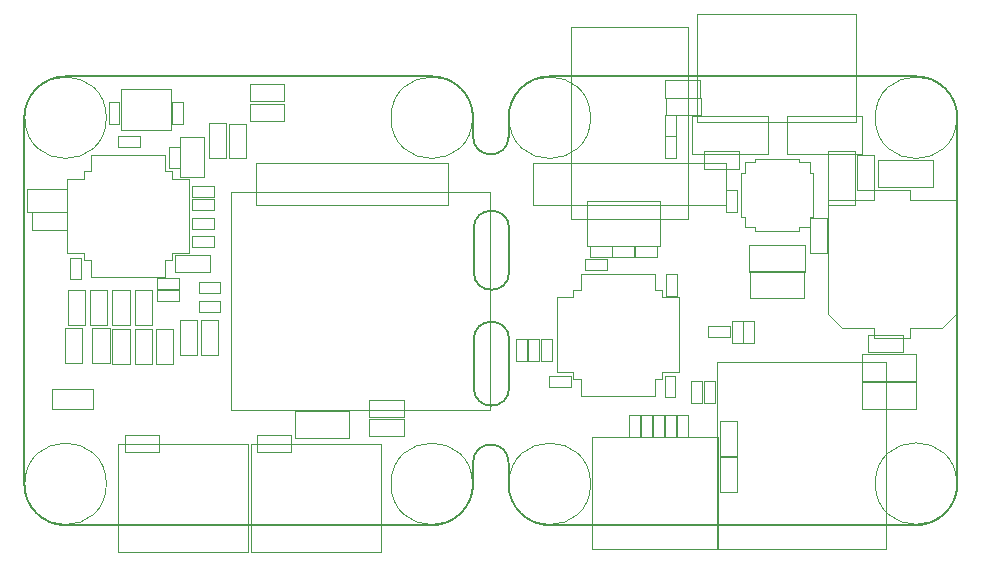
<source format=gbr>
%TF.GenerationSoftware,KiCad,Pcbnew,(6.0.1-0)*%
%TF.CreationDate,2023-01-25T00:15:58+01:00*%
%TF.ProjectId,ethersweep,65746865-7273-4776-9565-702e6b696361,2.0.1*%
%TF.SameCoordinates,Original*%
%TF.FileFunction,Other,User*%
%FSLAX46Y46*%
G04 Gerber Fmt 4.6, Leading zero omitted, Abs format (unit mm)*
G04 Created by KiCad (PCBNEW (6.0.1-0)) date 2023-01-25 00:15:58*
%MOMM*%
%LPD*%
G01*
G04 APERTURE LIST*
%TA.AperFunction,Profile*%
%ADD10C,0.150000*%
%TD*%
%ADD11C,0.050000*%
G04 APERTURE END LIST*
D10*
X187150000Y-39570000D02*
X187150000Y-43270000D01*
X184150000Y-43270000D02*
X184150000Y-39570000D01*
X184150000Y-53070000D02*
X184150000Y-48970000D01*
X187150000Y-48970000D02*
X187150000Y-53070000D01*
X187150000Y-39570000D02*
G75*
G03*
X184150000Y-39570000I-1500000J0D01*
G01*
X184150000Y-43270000D02*
G75*
G03*
X187150000Y-43270000I1500000J0D01*
G01*
X184150000Y-53070000D02*
G75*
G03*
X187150000Y-53070000I1500000J0D01*
G01*
X187150000Y-48970000D02*
G75*
G03*
X184150000Y-48970000I-1500000J0D01*
G01*
X184100000Y-31800000D02*
G75*
G03*
X187100000Y-31800000I1500000J0D01*
G01*
X187100000Y-59370000D02*
G75*
G03*
X184100000Y-59370000I-1500000J0D01*
G01*
X184100000Y-31800000D02*
X184100000Y-30200000D01*
X184100000Y-60700000D02*
X184100000Y-59400000D01*
X180600000Y-26700000D02*
X149600000Y-26700000D01*
X149600000Y-26700000D02*
G75*
G03*
X146100000Y-30200000I-1J-3499999D01*
G01*
X184100000Y-30200000D02*
G75*
G03*
X180600000Y-26700000I-3499999J1D01*
G01*
X180600000Y-64700000D02*
G75*
G03*
X184100000Y-61200000I1J3499999D01*
G01*
X146100000Y-30200000D02*
X146100000Y-61200000D01*
X149600000Y-64700000D02*
X180600000Y-64700000D01*
X146100000Y-61200000D02*
G75*
G03*
X149600000Y-64700000I3499999J-1D01*
G01*
X184100000Y-61200000D02*
X184100000Y-60700000D01*
X225100000Y-61200000D02*
X225100000Y-30200000D01*
X190600000Y-64700000D02*
X221600000Y-64700000D01*
X187100000Y-61200000D02*
G75*
G03*
X190600000Y-64700000I3499999J-1D01*
G01*
X221600000Y-64700000D02*
G75*
G03*
X225100000Y-61200000I1J3499999D01*
G01*
X190600000Y-26700000D02*
G75*
G03*
X187100000Y-30200000I-1J-3499999D01*
G01*
X190600000Y-26700000D02*
X221600000Y-26700000D01*
X187100000Y-30200000D02*
X187100000Y-30700000D01*
X187100000Y-61200000D02*
X187100000Y-59400000D01*
X187100000Y-31800000D02*
X187100000Y-30700000D01*
X225100000Y-30200000D02*
G75*
G03*
X221600000Y-26700000I-3499999J1D01*
G01*
D11*
X161830000Y-43300000D02*
X158870000Y-43300000D01*
X158870000Y-43300000D02*
X158870000Y-41840000D01*
X161830000Y-41840000D02*
X161830000Y-43300000D01*
X158870000Y-41840000D02*
X161830000Y-41840000D01*
X161280000Y-35200000D02*
X159320000Y-35200000D01*
X159320000Y-35200000D02*
X159320000Y-31800000D01*
X161280000Y-31800000D02*
X161280000Y-35200000D01*
X159320000Y-31800000D02*
X161280000Y-31800000D01*
X148450000Y-54850000D02*
X148450000Y-53150000D01*
X151950000Y-53150000D02*
X151950000Y-54850000D01*
X151950000Y-54850000D02*
X148450000Y-54850000D01*
X148450000Y-53150000D02*
X151950000Y-53150000D01*
X185520000Y-36450000D02*
X163620000Y-36450000D01*
X163620000Y-36450000D02*
X163620000Y-54950000D01*
X163620000Y-54950000D02*
X185520000Y-54950000D01*
X185520000Y-54950000D02*
X185520000Y-36450000D01*
X184050000Y-30200000D02*
G75*
G03*
X184050000Y-30200000I-3450000J0D01*
G01*
X153050000Y-30200000D02*
G75*
G03*
X153050000Y-30200000I-3450000J0D01*
G01*
X153050000Y-61200000D02*
G75*
G03*
X153050000Y-61200000I-3450000J0D01*
G01*
X184050000Y-61200000D02*
G75*
G03*
X184050000Y-61200000I-3450000J0D01*
G01*
X175320000Y-57130000D02*
X175320000Y-55670000D01*
X178280000Y-57130000D02*
X175320000Y-57130000D01*
X178280000Y-55670000D02*
X178280000Y-57130000D01*
X175320000Y-55670000D02*
X178280000Y-55670000D01*
X158500000Y-31200000D02*
X158500000Y-27800000D01*
X154300000Y-31200000D02*
X158500000Y-31200000D01*
X158500000Y-27800000D02*
X154300000Y-27800000D01*
X154300000Y-27800000D02*
X154300000Y-31200000D01*
X160340000Y-38010000D02*
X160340000Y-37090000D01*
X162160000Y-38010000D02*
X160340000Y-38010000D01*
X160340000Y-37090000D02*
X162160000Y-37090000D01*
X162160000Y-37090000D02*
X162160000Y-38010000D01*
X151150000Y-41650000D02*
X151150000Y-42250000D01*
X158050000Y-43650000D02*
X154900000Y-43650000D01*
X151150000Y-35350000D02*
X151150000Y-34750000D01*
X160050000Y-41650000D02*
X158650000Y-41650000D01*
X158050000Y-33350000D02*
X154900000Y-33350000D01*
X158650000Y-35350000D02*
X158650000Y-34750000D01*
X160050000Y-38500000D02*
X160050000Y-35350000D01*
X158650000Y-42250000D02*
X158050000Y-42250000D01*
X149750000Y-38500000D02*
X149750000Y-35350000D01*
X151150000Y-42250000D02*
X151750000Y-42250000D01*
X158050000Y-34750000D02*
X158050000Y-33350000D01*
X149750000Y-38500000D02*
X149750000Y-41650000D01*
X158650000Y-41650000D02*
X158650000Y-42250000D01*
X151750000Y-33350000D02*
X154900000Y-33350000D01*
X151750000Y-43650000D02*
X154900000Y-43650000D01*
X160050000Y-35350000D02*
X158650000Y-35350000D01*
X151750000Y-42250000D02*
X151750000Y-43650000D01*
X158050000Y-42250000D02*
X158050000Y-43650000D01*
X149750000Y-41650000D02*
X151150000Y-41650000D01*
X149750000Y-35350000D02*
X151150000Y-35350000D01*
X151750000Y-34750000D02*
X151750000Y-33350000D01*
X151150000Y-34750000D02*
X151750000Y-34750000D01*
X160050000Y-38500000D02*
X160050000Y-41650000D01*
X158650000Y-34750000D02*
X158050000Y-34750000D01*
X162160000Y-36010000D02*
X162160000Y-36930000D01*
X160340000Y-36010000D02*
X162160000Y-36010000D01*
X160340000Y-36930000D02*
X160340000Y-36010000D01*
X162160000Y-36930000D02*
X160340000Y-36930000D01*
X175320000Y-54070000D02*
X178280000Y-54070000D01*
X178280000Y-54070000D02*
X178280000Y-55530000D01*
X175320000Y-55530000D02*
X175320000Y-54070000D01*
X178280000Y-55530000D02*
X175320000Y-55530000D01*
X154160000Y-28890000D02*
X154160000Y-30710000D01*
X154160000Y-30710000D02*
X153240000Y-30710000D01*
X153240000Y-28890000D02*
X154160000Y-28890000D01*
X153240000Y-30710000D02*
X153240000Y-28890000D01*
X158640000Y-28890000D02*
X159560000Y-28890000D01*
X158640000Y-30710000D02*
X158640000Y-28890000D01*
X159560000Y-28890000D02*
X159560000Y-30710000D01*
X159560000Y-30710000D02*
X158640000Y-30710000D01*
X149750000Y-36220000D02*
X149750000Y-38180000D01*
X146350000Y-36220000D02*
X149750000Y-36220000D01*
X146350000Y-38180000D02*
X146350000Y-36220000D01*
X149750000Y-38180000D02*
X146350000Y-38180000D01*
X155470000Y-51030000D02*
X155470000Y-48070000D01*
X155470000Y-48070000D02*
X156930000Y-48070000D01*
X156930000Y-48070000D02*
X156930000Y-51030000D01*
X156930000Y-51030000D02*
X155470000Y-51030000D01*
X156930000Y-47730000D02*
X155470000Y-47730000D01*
X155470000Y-44770000D02*
X156930000Y-44770000D01*
X155470000Y-47730000D02*
X155470000Y-44770000D01*
X156930000Y-44770000D02*
X156930000Y-47730000D01*
X153570000Y-47730000D02*
X153570000Y-44770000D01*
X155030000Y-47730000D02*
X153570000Y-47730000D01*
X153570000Y-44770000D02*
X155030000Y-44770000D01*
X155030000Y-44770000D02*
X155030000Y-47730000D01*
X151670000Y-47730000D02*
X151670000Y-44770000D01*
X153130000Y-47730000D02*
X151670000Y-47730000D01*
X151670000Y-44770000D02*
X153130000Y-44770000D01*
X153130000Y-44770000D02*
X153130000Y-47730000D01*
X151230000Y-44770000D02*
X151230000Y-47730000D01*
X149770000Y-44770000D02*
X151230000Y-44770000D01*
X151230000Y-47730000D02*
X149770000Y-47730000D01*
X149770000Y-47730000D02*
X149770000Y-44770000D01*
X157270000Y-48070000D02*
X158730000Y-48070000D01*
X158730000Y-48070000D02*
X158730000Y-51030000D01*
X157270000Y-51030000D02*
X157270000Y-48070000D01*
X158730000Y-51030000D02*
X157270000Y-51030000D01*
X162710000Y-44140000D02*
X162710000Y-45060000D01*
X160890000Y-44140000D02*
X162710000Y-44140000D01*
X160890000Y-45060000D02*
X160890000Y-44140000D01*
X162710000Y-45060000D02*
X160890000Y-45060000D01*
X160890000Y-45740000D02*
X162710000Y-45740000D01*
X162710000Y-45740000D02*
X162710000Y-46660000D01*
X160890000Y-46660000D02*
X160890000Y-45740000D01*
X162710000Y-46660000D02*
X160890000Y-46660000D01*
X169008000Y-57314400D02*
X169008000Y-55014400D01*
X173608000Y-55014400D02*
X173608000Y-57314400D01*
X173608000Y-57314400D02*
X169008000Y-57314400D01*
X169008000Y-55014400D02*
X173608000Y-55014400D01*
X159270000Y-50280000D02*
X159270000Y-47320000D01*
X160730000Y-47320000D02*
X160730000Y-50280000D01*
X159270000Y-47320000D02*
X160730000Y-47320000D01*
X160730000Y-50280000D02*
X159270000Y-50280000D01*
X194050000Y-30200000D02*
G75*
G03*
X194050000Y-30200000I-3450000J0D01*
G01*
X225050000Y-30200000D02*
G75*
G03*
X225050000Y-30200000I-3450000J0D01*
G01*
X194050000Y-61200000D02*
G75*
G03*
X194050000Y-61200000I-3450000J0D01*
G01*
X192380000Y-38800000D02*
X202280000Y-38800000D01*
X202280000Y-38800000D02*
X202280000Y-22510000D01*
X192380000Y-22510000D02*
X192380000Y-38800000D01*
X202280000Y-22510000D02*
X192380000Y-22510000D01*
X225050000Y-61175001D02*
G75*
G03*
X225050000Y-61175001I-3450000J0D01*
G01*
X162530000Y-50280000D02*
X161070000Y-50280000D01*
X161070000Y-50280000D02*
X161070000Y-47320000D01*
X161070000Y-47320000D02*
X162530000Y-47320000D01*
X162530000Y-47320000D02*
X162530000Y-50280000D01*
X155930000Y-32670000D02*
X154070000Y-32670000D01*
X155930000Y-31730000D02*
X155930000Y-32670000D01*
X154070000Y-32670000D02*
X154070000Y-31730000D01*
X154070000Y-31730000D02*
X155930000Y-31730000D01*
X149546800Y-48020000D02*
X151006800Y-48020000D01*
X151006800Y-50980000D02*
X149546800Y-50980000D01*
X149546800Y-50980000D02*
X149546800Y-48020000D01*
X151006800Y-48020000D02*
X151006800Y-50980000D01*
X151870000Y-50980000D02*
X151870000Y-48020000D01*
X151870000Y-48020000D02*
X153330000Y-48020000D01*
X153330000Y-48020000D02*
X153330000Y-50980000D01*
X153330000Y-50980000D02*
X151870000Y-50980000D01*
X153570000Y-51030000D02*
X153570000Y-48070000D01*
X155030000Y-48070000D02*
X155030000Y-51030000D01*
X155030000Y-51030000D02*
X153570000Y-51030000D01*
X153570000Y-48070000D02*
X155030000Y-48070000D01*
X163420000Y-33650000D02*
X163420000Y-30690000D01*
X164880000Y-30690000D02*
X164880000Y-33650000D01*
X164880000Y-33650000D02*
X163420000Y-33650000D01*
X163420000Y-30690000D02*
X164880000Y-30690000D01*
X161720000Y-30665000D02*
X163180000Y-30665000D01*
X163180000Y-30665000D02*
X163180000Y-33625000D01*
X161720000Y-33625000D02*
X161720000Y-30665000D01*
X163180000Y-33625000D02*
X161720000Y-33625000D01*
X168130000Y-29040000D02*
X168130000Y-30500000D01*
X165170000Y-29040000D02*
X168130000Y-29040000D01*
X165170000Y-30500000D02*
X165170000Y-29040000D01*
X168130000Y-30500000D02*
X165170000Y-30500000D01*
X206480000Y-61850000D02*
X205020000Y-61850000D01*
X205020000Y-58890000D02*
X206480000Y-58890000D01*
X205020000Y-61850000D02*
X205020000Y-58890000D01*
X206480000Y-58890000D02*
X206480000Y-61850000D01*
X219050000Y-66700000D02*
X219050000Y-50850000D01*
X204750000Y-66700000D02*
X204750000Y-50850000D01*
X219050000Y-50850000D02*
X204750000Y-50850000D01*
X219050000Y-66700000D02*
X204750000Y-66700000D01*
X206480000Y-58850000D02*
X205020000Y-58850000D01*
X206480000Y-55890000D02*
X206480000Y-58850000D01*
X205020000Y-58850000D02*
X205020000Y-55890000D01*
X205020000Y-55890000D02*
X206480000Y-55890000D01*
X201330000Y-57250000D02*
X201330000Y-55390000D01*
X202270000Y-55390000D02*
X202270000Y-57250000D01*
X201330000Y-55390000D02*
X202270000Y-55390000D01*
X202270000Y-57250000D02*
X201330000Y-57250000D01*
X160340000Y-40210000D02*
X162160000Y-40210000D01*
X160340000Y-41130000D02*
X160340000Y-40210000D01*
X162160000Y-41130000D02*
X160340000Y-41130000D01*
X162160000Y-40210000D02*
X162160000Y-41130000D01*
X206410000Y-38180000D02*
X205490000Y-38180000D01*
X206410000Y-36360000D02*
X206410000Y-38180000D01*
X205490000Y-38180000D02*
X205490000Y-36360000D01*
X205490000Y-36360000D02*
X206410000Y-36360000D01*
X205493000Y-34019000D02*
X189193000Y-34019000D01*
X189193000Y-37619000D02*
X205493000Y-37619000D01*
X189193000Y-34019000D02*
X189193000Y-37619000D01*
X205493000Y-37619000D02*
X205493000Y-34019000D01*
X207094100Y-39475900D02*
X207094100Y-38601000D01*
X207969000Y-39780700D02*
X207969000Y-39475900D01*
X207969000Y-39475900D02*
X207094100Y-39475900D01*
X212910700Y-34839000D02*
X212910700Y-38601000D01*
X211731000Y-33659300D02*
X211731000Y-33964100D01*
X207969000Y-33659300D02*
X211731000Y-33659300D01*
X212605900Y-33964100D02*
X212605900Y-34839000D01*
X211731000Y-39475900D02*
X211731000Y-39780700D01*
X212605900Y-38601000D02*
X212605900Y-39475900D01*
X211731000Y-39780700D02*
X207969000Y-39780700D01*
X212605900Y-34839000D02*
X212910700Y-34839000D01*
X212605900Y-39475900D02*
X211731000Y-39475900D01*
X212910700Y-38601000D02*
X212605900Y-38601000D01*
X206789300Y-34839000D02*
X207094100Y-34839000D01*
X212910700Y-34839000D02*
X212910700Y-38601000D01*
X212910700Y-38601000D02*
X212605900Y-38601000D01*
X211731000Y-33964100D02*
X212605900Y-33964100D01*
X212605900Y-33964100D02*
X212605900Y-34839000D01*
X206789300Y-34839000D02*
X207094100Y-34839000D01*
X207969000Y-39780700D02*
X207969000Y-39475900D01*
X207094100Y-33964100D02*
X207969000Y-33964100D01*
X207094100Y-34839000D02*
X207094100Y-33964100D01*
X212605900Y-38601000D02*
X212605900Y-39475900D01*
X211731000Y-33964100D02*
X212605900Y-33964100D01*
X207094100Y-33964100D02*
X207969000Y-33964100D01*
X212605900Y-39475900D02*
X211731000Y-39475900D01*
X207094100Y-39475900D02*
X207094100Y-38601000D01*
X207969000Y-39475900D02*
X207094100Y-39475900D01*
X207969000Y-33964100D02*
X207969000Y-33659300D01*
X207094100Y-34839000D02*
X207094100Y-33964100D01*
X211731000Y-39475900D02*
X211731000Y-39780700D01*
X207094100Y-38601000D02*
X206789300Y-38601000D01*
X212605900Y-34839000D02*
X212910700Y-34839000D01*
X207969000Y-33659300D02*
X211731000Y-33659300D01*
X206789300Y-38601000D02*
X206789300Y-34839000D01*
X206789300Y-38601000D02*
X206789300Y-34839000D01*
X211731000Y-39780700D02*
X207969000Y-39780700D01*
X211731000Y-33659300D02*
X211731000Y-33964100D01*
X207094100Y-38601000D02*
X206789300Y-38601000D01*
X207969000Y-33964100D02*
X207969000Y-33659300D01*
X194182000Y-57271000D02*
X204822000Y-57271000D01*
X194182000Y-66691000D02*
X204822000Y-66691000D01*
X204822000Y-57271000D02*
X204822000Y-66691000D01*
X194182000Y-57271000D02*
X194182000Y-66691000D01*
X218050000Y-36320000D02*
X221050000Y-36320000D01*
X215300000Y-47970000D02*
X218050000Y-47970000D01*
X214150000Y-46820000D02*
X214150000Y-37170000D01*
X218050000Y-47970000D02*
X218050000Y-48820000D01*
X223800000Y-47970000D02*
X224950000Y-46820000D01*
X215300000Y-47970000D02*
X214150000Y-46820000D01*
X221050000Y-37170000D02*
X224950000Y-37170000D01*
X221050000Y-36320000D02*
X221050000Y-37170000D01*
X218050000Y-48820000D02*
X221050000Y-48820000D01*
X218050000Y-37170000D02*
X218050000Y-36320000D01*
X221050000Y-47970000D02*
X223800000Y-47970000D01*
X221050000Y-48820000D02*
X221050000Y-47970000D01*
X214150000Y-37170000D02*
X218050000Y-37170000D01*
X224950000Y-46820000D02*
X224950000Y-37170000D01*
X199270000Y-57250000D02*
X198330000Y-57250000D01*
X198330000Y-57250000D02*
X198330000Y-55390000D01*
X199270000Y-55390000D02*
X199270000Y-57250000D01*
X198330000Y-55390000D02*
X199270000Y-55390000D01*
X202670000Y-33250000D02*
X202670000Y-30090000D01*
X209030000Y-30090000D02*
X209030000Y-33250000D01*
X209030000Y-33250000D02*
X202670000Y-33250000D01*
X202670000Y-30090000D02*
X209030000Y-30090000D01*
X157342400Y-45702400D02*
X157342400Y-44782400D01*
X157342400Y-44782400D02*
X159162400Y-44782400D01*
X159162400Y-45702400D02*
X157342400Y-45702400D01*
X159162400Y-44782400D02*
X159162400Y-45702400D01*
X159260000Y-32660000D02*
X159260000Y-34480000D01*
X158340000Y-32660000D02*
X159260000Y-32660000D01*
X158340000Y-34480000D02*
X158340000Y-32660000D01*
X159260000Y-34480000D02*
X158340000Y-34480000D01*
X181998000Y-37619000D02*
X181998000Y-34019000D01*
X165698000Y-37619000D02*
X181998000Y-37619000D01*
X165698000Y-34019000D02*
X165698000Y-37619000D01*
X181998000Y-34019000D02*
X165698000Y-34019000D01*
X189830000Y-50770000D02*
X189830000Y-48910000D01*
X190770000Y-48910000D02*
X190770000Y-50770000D01*
X189830000Y-48910000D02*
X190770000Y-48910000D01*
X190770000Y-50770000D02*
X189830000Y-50770000D01*
X168130000Y-27340000D02*
X168130000Y-28800000D01*
X168130000Y-28800000D02*
X165170000Y-28800000D01*
X165170000Y-28800000D02*
X165170000Y-27340000D01*
X165170000Y-27340000D02*
X168130000Y-27340000D01*
X218030000Y-36300000D02*
X216570000Y-36300000D01*
X216570000Y-33340000D02*
X218030000Y-33340000D01*
X218030000Y-33340000D02*
X218030000Y-36300000D01*
X216570000Y-36300000D02*
X216570000Y-33340000D01*
X220530000Y-48590000D02*
X220530000Y-50050000D01*
X217570000Y-50050000D02*
X217570000Y-48590000D01*
X220530000Y-50050000D02*
X217570000Y-50050000D01*
X217570000Y-48590000D02*
X220530000Y-48590000D01*
X201280000Y-33630000D02*
X200340000Y-33630000D01*
X200340000Y-33630000D02*
X200340000Y-31770000D01*
X201280000Y-31770000D02*
X201280000Y-33630000D01*
X200340000Y-31770000D02*
X201280000Y-31770000D01*
X176300000Y-57787500D02*
X165300000Y-57787500D01*
X165300000Y-57787500D02*
X165300000Y-66987500D01*
X176300000Y-66987500D02*
X176300000Y-57787500D01*
X165300000Y-66987500D02*
X176300000Y-66987500D01*
X216475000Y-37620000D02*
X214175000Y-37620000D01*
X214175000Y-37620000D02*
X214175000Y-33020000D01*
X216475000Y-33020000D02*
X216475000Y-37620000D01*
X214175000Y-33020000D02*
X216475000Y-33020000D01*
X154050000Y-57787500D02*
X154050000Y-66987500D01*
X154050000Y-66987500D02*
X165050000Y-66987500D01*
X165050000Y-57787500D02*
X154050000Y-57787500D01*
X165050000Y-66987500D02*
X165050000Y-57787500D01*
X217000000Y-52570000D02*
X221600000Y-52570000D01*
X221600000Y-54870000D02*
X217000000Y-54870000D01*
X217000000Y-54870000D02*
X217000000Y-52570000D01*
X221600000Y-52570000D02*
X221600000Y-54870000D01*
X206980000Y-47390000D02*
X207920000Y-47390000D01*
X206980000Y-49250000D02*
X206980000Y-47390000D01*
X207920000Y-47390000D02*
X207920000Y-49250000D01*
X207920000Y-49250000D02*
X206980000Y-49250000D01*
X157340000Y-43810000D02*
X159160000Y-43810000D01*
X159160000Y-43810000D02*
X159160000Y-44730000D01*
X157340000Y-44730000D02*
X157340000Y-43810000D01*
X159160000Y-44730000D02*
X157340000Y-44730000D01*
X205820000Y-48780000D02*
X204000000Y-48780000D01*
X205820000Y-47860000D02*
X205820000Y-48780000D01*
X204000000Y-48780000D02*
X204000000Y-47860000D01*
X204000000Y-47860000D02*
X205820000Y-47860000D01*
X199640000Y-42000000D02*
X197820000Y-42000000D01*
X199640000Y-41080000D02*
X199640000Y-42000000D01*
X197820000Y-42000000D02*
X197820000Y-41080000D01*
X197820000Y-41080000D02*
X199640000Y-41080000D01*
X216550000Y-30602500D02*
X216550000Y-21402500D01*
X203050000Y-21402500D02*
X203050000Y-30602500D01*
X203050000Y-30602500D02*
X216550000Y-30602500D01*
X216550000Y-21402500D02*
X203050000Y-21402500D01*
X200312000Y-53874000D02*
X200312000Y-52054000D01*
X201232000Y-53874000D02*
X200312000Y-53874000D01*
X200312000Y-52054000D02*
X201232000Y-52054000D01*
X201232000Y-52054000D02*
X201232000Y-53874000D01*
X200330000Y-57250000D02*
X200330000Y-55390000D01*
X200330000Y-55390000D02*
X201270000Y-55390000D01*
X201270000Y-57250000D02*
X200330000Y-57250000D01*
X201270000Y-55390000D02*
X201270000Y-57250000D01*
X217030000Y-30090000D02*
X217030000Y-33250000D01*
X217030000Y-33250000D02*
X210670000Y-33250000D01*
X210670000Y-33250000D02*
X210670000Y-30090000D01*
X210670000Y-30090000D02*
X217030000Y-30090000D01*
X194020000Y-41080000D02*
X195840000Y-41080000D01*
X195840000Y-41080000D02*
X195840000Y-42000000D01*
X195840000Y-42000000D02*
X194020000Y-42000000D01*
X194020000Y-42000000D02*
X194020000Y-41080000D01*
X201260000Y-29956000D02*
X201260000Y-31776000D01*
X200340000Y-29956000D02*
X201260000Y-29956000D01*
X200340000Y-31776000D02*
X200340000Y-29956000D01*
X201260000Y-31776000D02*
X200340000Y-31776000D01*
X192600000Y-52320000D02*
X193200000Y-52320000D01*
X193200000Y-44820000D02*
X193200000Y-43420000D01*
X192600000Y-45420000D02*
X192600000Y-44820000D01*
X200100000Y-51720000D02*
X200100000Y-52320000D01*
X199500000Y-43420000D02*
X196350000Y-43420000D01*
X199500000Y-52320000D02*
X199500000Y-53720000D01*
X193200000Y-43420000D02*
X196350000Y-43420000D01*
X191200000Y-51720000D02*
X192600000Y-51720000D01*
X191200000Y-48570000D02*
X191200000Y-51720000D01*
X193200000Y-52320000D02*
X193200000Y-53720000D01*
X200100000Y-45420000D02*
X200100000Y-44820000D01*
X200100000Y-44820000D02*
X199500000Y-44820000D01*
X191200000Y-48570000D02*
X191200000Y-45420000D01*
X199500000Y-53720000D02*
X196350000Y-53720000D01*
X199500000Y-44820000D02*
X199500000Y-43420000D01*
X192600000Y-44820000D02*
X193200000Y-44820000D01*
X201500000Y-51720000D02*
X200100000Y-51720000D01*
X201500000Y-48570000D02*
X201500000Y-45420000D01*
X193200000Y-53720000D02*
X196350000Y-53720000D01*
X200100000Y-52320000D02*
X199500000Y-52320000D01*
X201500000Y-45420000D02*
X200100000Y-45420000D01*
X201500000Y-48570000D02*
X201500000Y-51720000D01*
X192600000Y-51720000D02*
X192600000Y-52320000D01*
X191200000Y-45420000D02*
X192600000Y-45420000D01*
X168724000Y-58520000D02*
X165764000Y-58520000D01*
X168724000Y-57060000D02*
X168724000Y-58520000D01*
X165764000Y-57060000D02*
X168724000Y-57060000D01*
X165764000Y-58520000D02*
X165764000Y-57060000D01*
X188660000Y-48900000D02*
X188660000Y-50760000D01*
X187720000Y-48900000D02*
X188660000Y-48900000D01*
X187720000Y-50760000D02*
X187720000Y-48900000D01*
X188660000Y-50760000D02*
X187720000Y-50760000D01*
X212189400Y-40978000D02*
X212189400Y-43278000D01*
X207489400Y-40978000D02*
X212189400Y-40978000D01*
X207489400Y-40978000D02*
X207489400Y-43278000D01*
X212189400Y-43278000D02*
X207489400Y-43278000D01*
X204560000Y-52520000D02*
X204560000Y-54380000D01*
X203620000Y-54380000D02*
X203620000Y-52520000D01*
X204560000Y-54380000D02*
X203620000Y-54380000D01*
X203620000Y-52520000D02*
X204560000Y-52520000D01*
X201350000Y-45270000D02*
X200430000Y-45270000D01*
X200430000Y-45270000D02*
X200430000Y-43450000D01*
X200430000Y-43450000D02*
X201350000Y-43450000D01*
X201350000Y-43450000D02*
X201350000Y-45270000D01*
X195900000Y-41070000D02*
X197760000Y-41070000D01*
X195900000Y-42010000D02*
X195900000Y-41070000D01*
X197760000Y-41070000D02*
X197760000Y-42010000D01*
X197760000Y-42010000D02*
X195900000Y-42010000D01*
X203670000Y-33040000D02*
X206630000Y-33040000D01*
X203670000Y-34500000D02*
X203670000Y-33040000D01*
X206630000Y-33040000D02*
X206630000Y-34500000D01*
X206630000Y-34500000D02*
X203670000Y-34500000D01*
X197330000Y-57250000D02*
X197330000Y-55390000D01*
X197330000Y-55390000D02*
X198270000Y-55390000D01*
X198270000Y-55390000D02*
X198270000Y-57250000D01*
X198270000Y-57250000D02*
X197330000Y-57250000D01*
X223075000Y-36070000D02*
X218375000Y-36070000D01*
X218375000Y-33770000D02*
X218375000Y-36070000D01*
X218375000Y-33770000D02*
X223075000Y-33770000D01*
X223075000Y-33770000D02*
X223075000Y-36070000D01*
X149990000Y-42060000D02*
X150910000Y-42060000D01*
X149990000Y-43880000D02*
X149990000Y-42060000D01*
X150910000Y-43880000D02*
X149990000Y-43880000D01*
X150910000Y-42060000D02*
X150910000Y-43880000D01*
X154588000Y-58520000D02*
X154588000Y-57060000D01*
X157548000Y-57060000D02*
X157548000Y-58520000D01*
X157548000Y-58520000D02*
X154588000Y-58520000D01*
X154588000Y-57060000D02*
X157548000Y-57060000D01*
X212640400Y-41650000D02*
X212640400Y-38690000D01*
X212640400Y-38690000D02*
X214100400Y-38690000D01*
X214100400Y-38690000D02*
X214100400Y-41650000D01*
X214100400Y-41650000D02*
X212640400Y-41650000D01*
X190565600Y-53017600D02*
X190565600Y-52097600D01*
X190565600Y-52097600D02*
X192385600Y-52097600D01*
X192385600Y-53017600D02*
X190565600Y-53017600D01*
X192385600Y-52097600D02*
X192385600Y-53017600D01*
X200390000Y-27040000D02*
X203350000Y-27040000D01*
X203350000Y-28500000D02*
X200390000Y-28500000D01*
X200390000Y-28500000D02*
X200390000Y-27040000D01*
X203350000Y-27040000D02*
X203350000Y-28500000D01*
X221600000Y-52470000D02*
X217000000Y-52470000D01*
X221600000Y-50170000D02*
X221600000Y-52470000D01*
X217000000Y-50170000D02*
X221600000Y-50170000D01*
X217000000Y-52470000D02*
X217000000Y-50170000D01*
X200409600Y-29970400D02*
X200409600Y-28510400D01*
X203369600Y-28510400D02*
X203369600Y-29970400D01*
X200409600Y-28510400D02*
X203369600Y-28510400D01*
X203369600Y-29970400D02*
X200409600Y-29970400D01*
X189690000Y-50770000D02*
X188750000Y-50770000D01*
X189690000Y-48910000D02*
X189690000Y-50770000D01*
X188750000Y-50770000D02*
X188750000Y-48910000D01*
X188750000Y-48910000D02*
X189690000Y-48910000D01*
X193750000Y-41040000D02*
X199950000Y-41040000D01*
X199950000Y-41040000D02*
X199950000Y-37240000D01*
X193750000Y-37240000D02*
X193750000Y-41040000D01*
X199950000Y-37240000D02*
X193750000Y-37240000D01*
X146764800Y-38213200D02*
X149724800Y-38213200D01*
X149724800Y-38213200D02*
X149724800Y-39673200D01*
X149724800Y-39673200D02*
X146764800Y-39673200D01*
X146764800Y-39673200D02*
X146764800Y-38213200D01*
X207514400Y-45478000D02*
X207514400Y-43178000D01*
X212114400Y-43178000D02*
X212114400Y-45478000D01*
X207514400Y-43178000D02*
X212114400Y-43178000D01*
X212114400Y-45478000D02*
X207514400Y-45478000D01*
X195400000Y-43060000D02*
X193580000Y-43060000D01*
X195400000Y-42140000D02*
X195400000Y-43060000D01*
X193580000Y-42140000D02*
X195400000Y-42140000D01*
X193580000Y-43060000D02*
X193580000Y-42140000D01*
X203520000Y-52510000D02*
X203520000Y-54370000D01*
X202580000Y-52510000D02*
X203520000Y-52510000D01*
X203520000Y-54370000D02*
X202580000Y-54370000D01*
X202580000Y-54370000D02*
X202580000Y-52510000D01*
X200270000Y-55390000D02*
X200270000Y-57250000D01*
X200270000Y-57250000D02*
X199330000Y-57250000D01*
X199330000Y-57250000D02*
X199330000Y-55390000D01*
X199330000Y-55390000D02*
X200270000Y-55390000D01*
X162160000Y-39609096D02*
X160340000Y-39609096D01*
X160340000Y-39609096D02*
X160340000Y-38689096D01*
X162160000Y-38689096D02*
X162160000Y-39609096D01*
X160340000Y-38689096D02*
X162160000Y-38689096D01*
X205980000Y-47390000D02*
X206920000Y-47390000D01*
X205980000Y-49250000D02*
X205980000Y-47390000D01*
X206920000Y-47390000D02*
X206920000Y-49250000D01*
X206920000Y-49250000D02*
X205980000Y-49250000D01*
M02*

</source>
